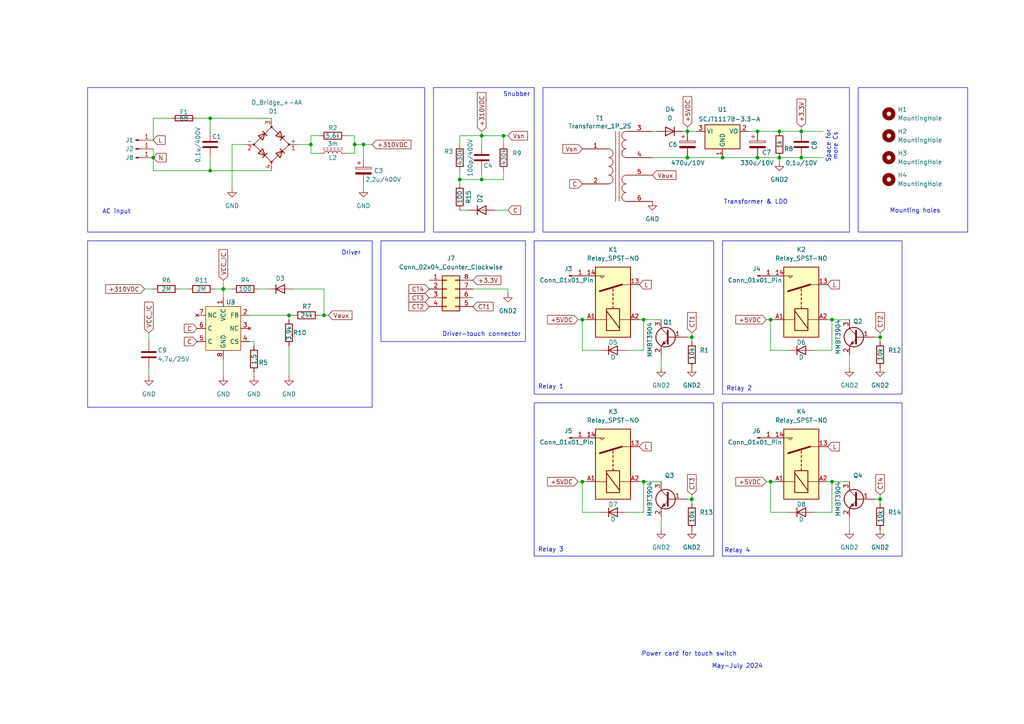
<source format=kicad_sch>
(kicad_sch (version 20231120) (generator "eeschema") (generator_version "8.0")
  (paper "A4")
  (lib_symbols
    (symbol "Connector:Conn_01x01_Pin" (pin_names (offset 1.016) hide)
      (property "Reference" "J" (at 0 2.54 0))
      (property "Value" "Conn_01x01_Pin" (at 0 -2.54 0))
      (symbol "Conn_01x01_Pin_1_1"
        (polyline (pts (xy 1.27 0) (xy 0.8636 0)) (stroke (width 0.1524)))
        (rectangle (start 0.8636 0.127) (end 0 -0.127) (stroke (width 0.1524)) (fill (type outline)))
        (pin passive line (at 5.08 0 180) (length 3.81) (name "Pin_1") (number "1"))
      )
    )
    (symbol "Connector_Generic:Conn_02x04_Counter_Clockwise" (pin_names (offset 1.016) hide)
      (property "Reference" "J" (at 1.27 5.08 0))
      (property "Value" "Conn_02x04_Counter_Clockwise" (at 1.27 -7.62 0))
      (symbol "Conn_02x04_Counter_Clockwise_1_1"
        (rectangle (start -1.27 -4.953) (end 0 -5.207) (stroke (width 0.1524)))
        (rectangle (start -1.27 -2.413) (end 0 -2.667) (stroke (width 0.1524)))
        (rectangle (start -1.27 0.127) (end 0 -0.127) (stroke (width 0.1524)))
        (rectangle (start -1.27 2.667) (end 0 2.413) (stroke (width 0.1524)))
        (rectangle (start -1.27 3.81) (end 3.81 -6.35) (stroke (width 0.254)) (fill (type background)))
        (rectangle (start 3.81 -4.953) (end 2.54 -5.207) (stroke (width 0.1524)))
        (rectangle (start 3.81 -2.413) (end 2.54 -2.667) (stroke (width 0.1524)))
        (rectangle (start 3.81 0.127) (end 2.54 -0.127) (stroke (width 0.1524)))
        (rectangle (start 3.81 2.667) (end 2.54 2.413) (stroke (width 0.1524)))
        (pin passive line (at -5.08 2.54 0) (length 3.81) (name "Pin_1") (number "1"))
        (pin passive line (at -5.08 0 0) (length 3.81) (name "Pin_2") (number "2"))
        (pin passive line (at -5.08 -2.54 0) (length 3.81) (name "Pin_3") (number "3"))
        (pin passive line (at -5.08 -5.08 0) (length 3.81) (name "Pin_4") (number "4"))
        (pin passive line (at 7.62 -5.08 180) (length 3.81) (name "Pin_5") (number "5"))
        (pin passive line (at 7.62 -2.54 180) (length 3.81) (name "Pin_6") (number "6"))
        (pin passive line (at 7.62 0 180) (length 3.81) (name "Pin_7") (number "7"))
        (pin passive line (at 7.62 2.54 180) (length 3.81) (name "Pin_8") (number "8"))
      )
    )
    (symbol "Device:C" (pin_numbers hide) (pin_names (offset 0.254))
      (property "Reference" "C" (at 0.635 2.54 0))
      (property "Value" "C" (at 0.635 -2.54 0))
      (symbol "C_0_1"
        (polyline (pts (xy -2.032 -0.762) (xy 2.032 -0.762)) (stroke (width 0.508)))
        (polyline (pts (xy -2.032 0.762) (xy 2.032 0.762)) (stroke (width 0.508)))
      )
      (symbol "C_1_1"
        (pin passive line (at 0 3.81 270) (length 2.794) (name "~") (number "1"))
        (pin passive line (at 0 -3.81 90) (length 2.794) (name "~") (number "2"))
      )
    )
    (symbol "Device:C_Polarized" (pin_numbers hide) (pin_names (offset 0.254))
      (property "Reference" "C" (at 0.635 2.54 0))
      (property "Value" "C_Polarized" (at 0.635 -2.54 0))
      (symbol "C_Polarized_0_1"
        (rectangle (start -2.286 0.508) (end 2.286 1.016))
        (polyline (pts (xy -1.778 2.286) (xy -0.762 2.286)))
        (polyline (pts (xy -1.27 2.794) (xy -1.27 1.778)))
        (rectangle (start 2.286 -0.508) (end -2.286 -1.016) (fill (type outline)))
      )
      (symbol "C_Polarized_1_1"
        (pin passive line (at 0 3.81 270) (length 2.794) (name "~") (number "1"))
        (pin passive line (at 0 -3.81 90) (length 2.794) (name "~") (number "2"))
      )
    )
    (symbol "Device:D" (pin_numbers hide) (pin_names (offset 1.016) hide)
      (property "Reference" "D" (at 0 2.54 0))
      (property "Value" "D" (at 0 -2.54 0))
      (symbol "D_0_1"
        (polyline (pts (xy -1.27 1.27) (xy -1.27 -1.27)) (stroke (width 0.254)))
        (polyline (pts (xy 1.27 0) (xy -1.27 0)))
        (polyline (pts (xy 1.27 1.27) (xy 1.27 -1.27) (xy -1.27 0) (xy 1.27 1.27)) (stroke (width 0.254)))
      )
      (symbol "D_1_1"
        (pin passive line (at -3.81 0 0) (length 2.54) (name "K") (number "1"))
        (pin passive line (at 3.81 0 180) (length 2.54) (name "A") (number "2"))
      )
    )
    (symbol "Device:D_Bridge_+-AA" (pin_names (offset 0))
      (property "Reference" "D" (at 2.54 6.985 0))
      (property "Value" "D_Bridge_+-AA" (at 2.54 5.08 0))
      (symbol "D_Bridge_+-AA_0_1"
        (circle (center -5.08 0) (radius 0.254) (fill (type outline)))
        (circle (center 0 -5.08) (radius 0.254) (fill (type outline)))
        (polyline (pts (xy -2.54 3.81) (xy -1.27 2.54)) (stroke (width 0.254)))
        (polyline (pts (xy -1.27 -2.54) (xy -2.54 -3.81)) (stroke (width 0.254)))
        (polyline (pts (xy 2.54 -1.27) (xy 3.81 -2.54)) (stroke (width 0.254)))
        (polyline (pts (xy 2.54 1.27) (xy 3.81 2.54)) (stroke (width 0.254)))
        (polyline (pts (xy -3.81 2.54) (xy -2.54 1.27) (xy -1.905 3.175) (xy -3.81 2.54)) (stroke (width 0.254)))
        (polyline (pts (xy -2.54 -1.27) (xy -3.81 -2.54) (xy -1.905 -3.175) (xy -2.54 -1.27)) (stroke (width 0.254)))
        (polyline (pts (xy 1.27 2.54) (xy 2.54 3.81) (xy 3.175 1.905) (xy 1.27 2.54)) (stroke (width 0.254)))
        (polyline (pts (xy 3.175 -1.905) (xy 1.27 -2.54) (xy 2.54 -3.81) (xy 3.175 -1.905)) (stroke (width 0.254)))
        (polyline (pts (xy -5.08 0) (xy 0 -5.08) (xy 5.08 0) (xy 0 5.08) (xy -5.08 0)))
        (circle (center 0 5.08) (radius 0.254) (fill (type outline)))
        (circle (center 5.08 0) (radius 0.254) (fill (type outline)))
      )
      (symbol "D_Bridge_+-AA_1_1"
        (pin passive line (at 7.62 0 180) (length 2.54) (name "+") (number "1"))
        (pin passive line (at -7.62 0 0) (length 2.54) (name "-") (number "2"))
        (pin passive line (at 0 7.62 270) (length 2.54) (name "~") (number "3"))
        (pin passive line (at 0 -7.62 90) (length 2.54) (name "~") (number "4"))
      )
    )
    (symbol "Device:Fuse" (pin_numbers hide) (pin_names (offset 0))
      (property "Reference" "F" (at 2.032 0 90))
      (property "Value" "Fuse" (at -1.905 0 90))
      (symbol "Fuse_0_1"
        (rectangle (start -0.762 -2.54) (end 0.762 2.54) (stroke (width 0.254)))
        (polyline (pts (xy 0 2.54) (xy 0 -2.54)))
      )
      (symbol "Fuse_1_1"
        (pin passive line (at 0 3.81 270) (length 1.27) (name "~") (number "1"))
        (pin passive line (at 0 -3.81 90) (length 1.27) (name "~") (number "2"))
      )
    )
    (symbol "Device:L_Ferrite" (pin_numbers hide) (pin_names (offset 1.016) hide)
      (property "Reference" "L" (at -1.27 0 90))
      (property "Value" "L_Ferrite" (at 2.794 0 90))
      (symbol "L_Ferrite_0_1"
        (arc (start 0 -2.54) (mid 0.6323 -1.905) (end 0 -1.27))
        (arc (start 0 -1.27) (mid 0.6323 -0.635) (end 0 0))
        (polyline (pts (xy 1.016 -2.794) (xy 1.016 -2.286)))
        (polyline (pts (xy 1.016 -1.778) (xy 1.016 -1.27)))
        (polyline (pts (xy 1.016 -0.762) (xy 1.016 -0.254)))
        (polyline (pts (xy 1.016 0.254) (xy 1.016 0.762)))
        (polyline (pts (xy 1.016 1.27) (xy 1.016 1.778)))
        (polyline (pts (xy 1.016 2.286) (xy 1.016 2.794)))
        (polyline (pts (xy 1.524 -2.286) (xy 1.524 -2.794)))
        (polyline (pts (xy 1.524 -1.27) (xy 1.524 -1.778)))
        (polyline (pts (xy 1.524 -0.254) (xy 1.524 -0.762)))
        (polyline (pts (xy 1.524 0.762) (xy 1.524 0.254)))
        (polyline (pts (xy 1.524 1.778) (xy 1.524 1.27)))
        (polyline (pts (xy 1.524 2.794) (xy 1.524 2.286)))
        (arc (start 0 0) (mid 0.6323 0.635) (end 0 1.27))
        (arc (start 0 1.27) (mid 0.6323 1.905) (end 0 2.54))
      )
      (symbol "L_Ferrite_1_1"
        (pin passive line (at 0 3.81 270) (length 1.27) (name "1") (number "1"))
        (pin passive line (at 0 -3.81 90) (length 1.27) (name "2") (number "2"))
      )
    )
    (symbol "Device:R" (pin_numbers hide) (pin_names (offset 0))
      (property "Reference" "R" (at 2.032 0 90))
      (property "Value" "R" (at 0 0 90))
      (symbol "R_0_1"
        (rectangle (start -1.016 -2.54) (end 1.016 2.54) (stroke (width 0.254)))
      )
      (symbol "R_1_1"
        (pin passive line (at 0 3.81 270) (length 1.27) (name "~") (number "1"))
        (pin passive line (at 0 -3.81 90) (length 1.27) (name "~") (number "2"))
      )
    )
    (symbol "Device:Transformer_1P_2S" (pin_names (offset 1.016) hide)
      (property "Reference" "T" (at 0 12.7 0))
      (property "Value" "Transformer_1P_2S" (at 0 -12.7 0))
      (symbol "Transformer_1P_2S_0_1"
        (arc (start -2.54 -5.0546) (mid -1.6599 -4.6901) (end -1.27 -3.81))
        (arc (start -2.54 -2.5146) (mid -1.6599 -2.1501) (end -1.27 -1.27))
        (arc (start -2.54 0.0254) (mid -1.6599 0.3899) (end -1.27 1.27))
        (arc (start -2.54 2.5654) (mid -1.6599 2.9299) (end -1.27 3.81))
        (arc (start -1.27 -3.81) (mid -1.642 -2.912) (end -2.54 -2.54))
        (arc (start -1.27 -1.27) (mid -1.642 -0.372) (end -2.54 0))
        (arc (start -1.27 1.27) (mid -1.642 2.168) (end -2.54 2.54))
        (arc (start -1.27 3.81) (mid -1.642 4.708) (end -2.54 5.08))
        (polyline (pts (xy -0.508 -10.16) (xy -0.508 10.16)))
        (polyline (pts (xy 0.508 10.16) (xy 0.508 -10.16)))
        (arc (start 1.2954 -8.89) (mid 1.6599 -9.7701) (end 2.54 -10.1346))
        (arc (start 1.2954 -6.35) (mid 1.6599 -7.2301) (end 2.54 -7.5946))
        (arc (start 1.2954 -3.81) (mid 1.6599 -4.6901) (end 2.54 -5.0546))
        (arc (start 1.2954 3.81) (mid 1.6599 2.9299) (end 2.54 2.5654))
        (arc (start 1.2954 6.35) (mid 1.6599 5.4699) (end 2.54 5.1054))
        (arc (start 1.2954 8.89) (mid 1.6599 8.0099) (end 2.54 7.6454))
        (arc (start 2.54 -7.62) (mid 1.642 -7.992) (end 1.2954 -8.89))
        (arc (start 2.54 -5.08) (mid 1.642 -5.452) (end 1.2954 -6.35))
        (arc (start 2.54 -2.54) (mid 1.642 -2.912) (end 1.2954 -3.81))
        (arc (start 2.54 5.08) (mid 1.642 4.708) (end 1.2954 3.81))
        (arc (start 2.54 7.62) (mid 1.642 7.248) (end 1.2954 6.35))
        (arc (start 2.54 10.16) (mid 1.642 9.788) (end 1.2954 8.89))
      )
      (symbol "Transformer_1P_2S_1_1"
        (pin passive line (at -10.16 5.08 0) (length 7.62) (name "AA") (number "1"))
        (pin passive line (at -10.16 -5.08 0) (length 7.62) (name "AB") (number "2"))
        (pin passive line (at 10.16 10.16 180) (length 7.62) (name "SA") (number "3"))
        (pin passive line (at 10.16 2.54 180) (length 7.62) (name "SB") (number "4"))
        (pin passive line (at 10.16 -2.54 180) (length 7.62) (name "SC") (number "5"))
        (pin passive line (at 10.16 -10.16 180) (length 7.62) (name "SD") (number "6"))
      )
    )
    (symbol "Mechanical:MountingHole" (pin_names (offset 1.016)) (exclude_from_sim yes) (in_bom no)
      (property "Reference" "H" (at 0 5.08 0))
      (property "Value" "MountingHole" (at 0 3.175 0))
      (symbol "MountingHole_0_1"
        (circle (center 0 0) (radius 1.27) (stroke (width 1.27)))
      )
    )
    (symbol "Regulator_Linear:AMS1117-3.3"
      (property "Reference" "U" (at -3.81 3.175 0))
      (property "Value" "AMS1117-3.3" (at 0 3.175 0))
      (symbol "AMS1117-3.3_0_1"
        (rectangle (start -5.08 -5.08) (end 5.08 1.905) (stroke (width 0.254)) (fill (type background)))
      )
      (symbol "AMS1117-3.3_1_1"
        (pin power_in line (at 0 -7.62 90) (length 2.54) (name "GND") (number "1"))
        (pin power_out line (at 7.62 0 180) (length 2.54) (name "VO") (number "2"))
        (pin power_in line (at -7.62 0 0) (length 2.54) (name "VI") (number "3"))
      )
    )
    (symbol "Relay:Relay_SPST-NO"
      (property "Reference" "K" (at 11.43 3.81 0))
      (property "Value" "Relay_SPST-NO" (at 11.43 1.27 0))
      (symbol "Relay_SPST-NO_0_0"
        (polyline (pts (xy 7.62 5.08) (xy 7.62 2.54) (xy 6.985 3.175) (xy 7.62 3.81)))
      )
      (symbol "Relay_SPST-NO_0_1"
        (rectangle (start -10.16 5.08) (end 10.16 -5.08) (stroke (width 0.254)) (fill (type background)))
        (rectangle (start -8.255 1.905) (end -1.905 -1.905) (stroke (width 0.254)))
        (polyline (pts (xy -7.62 -1.905) (xy -2.54 1.905)) (stroke (width 0.254)))
        (polyline (pts (xy -5.08 -5.08) (xy -5.08 -1.905)))
        (polyline (pts (xy -5.08 5.08) (xy -5.08 1.905)))
        (polyline (pts (xy -1.905 0) (xy -1.27 0)) (stroke (width 0.254)))
        (polyline (pts (xy -0.635 0) (xy 0 0)) (stroke (width 0.254)))
        (polyline (pts (xy 0.635 0) (xy 1.27 0)) (stroke (width 0.254)))
        (polyline (pts (xy 1.905 0) (xy 2.54 0)) (stroke (width 0.254)))
        (polyline (pts (xy 3.175 0) (xy 3.81 0)) (stroke (width 0.254)))
        (polyline (pts (xy 5.08 -2.54) (xy 3.175 3.81)) (stroke (width 0.508)))
        (polyline (pts (xy 5.08 -2.54) (xy 5.08 -5.08)))
      )
      (symbol "Relay_SPST-NO_1_1"
        (pin passive line (at 5.08 -7.62 90) (length 2.54) (name "~") (number "13"))
        (pin passive line (at 7.62 7.62 270) (length 2.54) (name "~") (number "14"))
        (pin passive line (at -5.08 7.62 270) (length 2.54) (name "~") (number "A1"))
        (pin passive line (at -5.08 -7.62 90) (length 2.54) (name "~") (number "A2"))
      )
    )
    (symbol "S7133S_1"
      (property "Reference" "U" (at 0 -7.62 0))
      (symbol "S7133S_1_0_1"
        (rectangle (start -5.08 -1.27) (end 5.08 -13.97) (fill (type background)))
      )
      (symbol "S7133S_1_1_1"
        (pin input line (at 0 1.27 270) (length 2.54) (name "VCC") (number "1"))
        (pin input line (at 7.62 -3.81 180) (length 2.54) (name "FB") (number "2"))
        (pin no_connect line (at 7.62 -7.62 180) (length 2.54) (name "NC") (number "3"))
        (pin output line (at 7.62 -11.43 180) (length 2.54) (name "CS") (number "4"))
        (pin input line (at -7.62 -11.43 0) (length 2.54) (name "C") (number "5"))
        (pin input line (at -7.62 -7.62 0) (length 2.54) (name "C") (number "6"))
        (pin no_connect line (at -7.62 -3.81 0) (length 2.54) (name "NC") (number "7"))
        (pin input line (at 0 -16.51 90) (length 2.54) (name "GND") (number "8"))
      )
    )
    (symbol "Transistor_BJT:MMBT3904" (pin_names (offset 0) hide)
      (property "Reference" "Q" (at 5.08 1.905 0))
      (property "Value" "MMBT3904" (at 5.08 0 0))
      (symbol "MMBT3904_0_1"
        (polyline (pts (xy 0.635 0.635) (xy 2.54 2.54)))
        (polyline (pts (xy 0.635 -0.635) (xy 2.54 -2.54) (xy 2.54 -2.54)))
        (polyline (pts (xy 0.635 1.905) (xy 0.635 -1.905) (xy 0.635 -1.905)) (stroke (width 0.508)))
        (polyline (pts (xy 1.27 -1.778) (xy 1.778 -1.27) (xy 2.286 -2.286) (xy 1.27 -1.778) (xy 1.27 -1.778)) (fill (type outline)))
        (circle (center 1.27 0) (radius 2.8194) (stroke (width 0.254)))
      )
      (symbol "MMBT3904_1_1"
        (pin input line (at -5.08 0 0) (length 5.715) (name "B") (number "1"))
        (pin passive line (at 2.54 -5.08 90) (length 2.54) (name "E") (number "2"))
        (pin passive line (at 2.54 5.08 270) (length 2.54) (name "C") (number "3"))
      )
    )
    (symbol "power:GND" (power) (pin_numbers hide) (pin_names (offset 0) hide)
      (property "Value" "GND" (at 0 -3.81 0))
      (symbol "GND_0_1"
        (polyline (pts (xy 0 0) (xy 0 -1.27) (xy 1.27 -1.27) (xy 0 -2.54) (xy -1.27 -1.27) (xy 0 -1.27)))
      )
      (symbol "GND_1_1"
        (pin power_in line (at 0 0 270) (length 0) (name "~") (number "1"))
      )
    )
    (symbol "power:GND2" (power) (pin_numbers hide) (pin_names (offset 0) hide)
      (property "Value" "GND2" (at 0 -3.81 0))
      (symbol "GND2_0_1"
        (polyline (pts (xy 0 0) (xy 0 -1.27) (xy 1.27 -1.27) (xy 0 -2.54) (xy -1.27 -1.27) (xy 0 -1.27)))
      )
      (symbol "GND2_1_1"
        (pin power_in line (at 0 0 270) (length 0) (name "~") (number "1"))
      )
    )
  )
  (junction (at 139.7 52.07))
  (junction (at 200.66 97.79))
  (junction (at 219.71 45.72))
  (junction (at 102.87 41.91))
  (junction (at 64.77 83.82))
  (junction (at 139.7 39.37))
  (junction (at 255.27 97.79))
  (junction (at 209.55 45.72))
  (junction (at 186.69 139.7))
  (junction (at 199.39 38.1))
  (junction (at 168.91 139.7))
  (junction (at 226.06 38.1))
  (junction (at 223.52 139.7))
  (junction (at 241.3 92.71))
  (junction (at 223.52 92.71))
  (junction (at 200.66 144.78))
  (junction (at 232.41 38.1))
  (junction (at 186.69 92.71))
  (junction (at 60.96 34.29))
  (junction (at 83.82 91.44))
  (junction (at 60.96 49.53))
  (junction (at 146.05 39.37))
  (junction (at 133.35 52.07))
  (junction (at 226.06 45.72))
  (junction (at 44.45 45.72))
  (junction (at 255.27 144.78))
  (junction (at 219.71 38.1))
  (junction (at 90.17 41.91))
  (junction (at 241.3 139.7))
  (junction (at 199.39 45.72))
  (junction (at 232.41 45.72))
  (junction (at 105.41 41.91))
  (junction (at 93.98 91.44))
  (junction (at 168.91 92.71))
  (wire (pts (xy 186.69 139.7) (xy 191.77 139.7)))
  (wire (pts (xy 102.87 39.37) (xy 100.33 39.37)))
  (wire (pts (xy 199.39 38.1) (xy 201.93 38.1)))
  (wire (pts (xy 133.35 49.53) (xy 133.35 52.07)))
  (wire (pts (xy 64.77 81.28) (xy 64.77 83.82)))
  (wire (pts (xy 72.39 91.44) (xy 83.82 91.44)))
  (wire (pts (xy 228.6 101.6) (xy 223.52 101.6)))
  (wire (pts (xy 219.71 45.72) (xy 226.06 45.72)))
  (wire (pts (xy 139.7 52.07) (xy 133.35 52.07)))
  (wire (pts (xy 173.99 101.6) (xy 168.91 101.6)))
  (wire (pts (xy 219.71 38.1) (xy 226.06 38.1)))
  (wire (pts (xy 92.71 91.44) (xy 93.98 91.44)))
  (wire (pts (xy 86.36 41.91) (xy 90.17 41.91)))
  (wire (pts (xy 246.38 153.67) (xy 246.38 149.86)))
  (wire (pts (xy 139.7 39.37) (xy 146.05 39.37)))
  (wire (pts (xy 241.3 139.7) (xy 246.38 139.7)))
  (wire (pts (xy 133.35 52.07) (xy 133.35 53.34)))
  (wire (pts (xy 146.05 39.37) (xy 147.32 39.37)))
  (wire (pts (xy 83.82 109.22) (xy 83.82 100.33)))
  (wire (pts (xy 200.66 96.52) (xy 200.66 97.79)))
  (wire (pts (xy 60.96 45.72) (xy 60.96 49.53)))
  (wire (pts (xy 105.41 41.91) (xy 107.95 41.91)))
  (wire (pts (xy 52.07 83.82) (xy 54.61 83.82)))
  (wire (pts (xy 246.38 106.68) (xy 246.38 102.87)))
  (wire (pts (xy 199.39 45.72) (xy 209.55 45.72)))
  (wire (pts (xy 133.35 39.37) (xy 139.7 39.37)))
  (wire (pts (xy 173.99 148.59) (xy 168.91 148.59)))
  (wire (pts (xy 137.16 83.82) (xy 147.32 83.82)))
  (wire (pts (xy 92.71 44.45) (xy 90.17 44.45)))
  (wire (pts (xy 105.41 53.34) (xy 105.41 54.61)))
  (wire (pts (xy 223.52 139.7) (xy 224.79 139.7)))
  (wire (pts (xy 90.17 44.45) (xy 90.17 41.91)))
  (wire (pts (xy 60.96 49.53) (xy 44.45 49.53)))
  (wire (pts (xy 241.3 92.71) (xy 240.03 92.71)))
  (wire (pts (xy 255.27 143.51) (xy 255.27 144.78)))
  (wire (pts (xy 73.66 99.06) (xy 73.66 100.33)))
  (wire (pts (xy 200.66 146.05) (xy 200.66 144.78)))
  (wire (pts (xy 186.69 92.71) (xy 185.42 92.71)))
  (wire (pts (xy 232.41 38.1) (xy 238.76 38.1)))
  (wire (pts (xy 62.23 83.82) (xy 64.77 83.82)))
  (wire (pts (xy 222.25 92.71) (xy 223.52 92.71)))
  (wire (pts (xy 186.69 92.71) (xy 191.77 92.71)))
  (wire (pts (xy 223.52 101.6) (xy 223.52 92.71)))
  (wire (pts (xy 232.41 45.72) (xy 238.76 45.72)))
  (wire (pts (xy 191.77 153.67) (xy 191.77 149.86)))
  (wire (pts (xy 133.35 39.37) (xy 133.35 41.91)))
  (wire (pts (xy 102.87 44.45) (xy 102.87 41.91)))
  (wire (pts (xy 255.27 97.79) (xy 255.27 99.06)))
  (wire (pts (xy 241.3 92.71) (xy 246.38 92.71)))
  (wire (pts (xy 64.77 109.22) (xy 64.77 104.14)))
  (wire (pts (xy 223.52 92.71) (xy 224.79 92.71)))
  (wire (pts (xy 198.12 38.1) (xy 199.39 38.1)))
  (wire (pts (xy 43.18 96.52) (xy 43.18 99.06)))
  (wire (pts (xy 67.31 41.91) (xy 67.31 54.61)))
  (wire (pts (xy 139.7 38.1) (xy 139.7 39.37)))
  (wire (pts (xy 186.69 101.6) (xy 186.69 92.71)))
  (wire (pts (xy 44.45 45.72) (xy 44.45 49.53)))
  (wire (pts (xy 44.45 40.64) (xy 44.45 34.29)))
  (wire (pts (xy 200.66 143.51) (xy 200.66 144.78)))
  (wire (pts (xy 255.27 97.79) (xy 254 97.79)))
  (wire (pts (xy 241.3 148.59) (xy 241.3 139.7)))
  (wire (pts (xy 167.64 139.7) (xy 168.91 139.7)))
  (wire (pts (xy 189.23 45.72) (xy 199.39 45.72)))
  (wire (pts (xy 73.66 109.22) (xy 73.66 107.95)))
  (wire (pts (xy 41.91 83.82) (xy 44.45 83.82)))
  (wire (pts (xy 71.12 41.91) (xy 67.31 41.91)))
  (wire (pts (xy 147.32 83.82) (xy 147.32 85.09)))
  (wire (pts (xy 105.41 41.91) (xy 105.41 45.72)))
  (wire (pts (xy 168.91 101.6) (xy 168.91 92.71)))
  (wire (pts (xy 200.66 144.78) (xy 199.39 144.78)))
  (wire (pts (xy 168.91 92.71) (xy 170.18 92.71)))
  (wire (pts (xy 83.82 91.44) (xy 83.82 92.71)))
  (wire (pts (xy 64.77 83.82) (xy 67.31 83.82)))
  (wire (pts (xy 241.3 139.7) (xy 240.03 139.7)))
  (wire (pts (xy 43.18 106.68) (xy 43.18 109.22)))
  (wire (pts (xy 255.27 144.78) (xy 254 144.78)))
  (wire (pts (xy 232.41 36.83) (xy 232.41 38.1)))
  (wire (pts (xy 199.39 36.83) (xy 199.39 38.1)))
  (wire (pts (xy 186.69 148.59) (xy 186.69 139.7)))
  (wire (pts (xy 146.05 39.37) (xy 146.05 41.91)))
  (wire (pts (xy 191.77 106.68) (xy 191.77 102.87)))
  (wire (pts (xy 60.96 34.29) (xy 78.74 34.29)))
  (wire (pts (xy 209.55 45.72) (xy 219.71 45.72)))
  (wire (pts (xy 74.93 83.82) (xy 77.47 83.82)))
  (wire (pts (xy 222.25 139.7) (xy 223.52 139.7)))
  (wire (pts (xy 100.33 44.45) (xy 102.87 44.45)))
  (wire (pts (xy 228.6 148.59) (xy 223.52 148.59)))
  (wire (pts (xy 168.91 139.7) (xy 170.18 139.7)))
  (wire (pts (xy 181.61 101.6) (xy 186.69 101.6)))
  (wire (pts (xy 102.87 41.91) (xy 105.41 41.91)))
  (wire (pts (xy 167.64 92.71) (xy 168.91 92.71)))
  (wire (pts (xy 57.15 34.29) (xy 60.96 34.29)))
  (wire (pts (xy 133.35 60.96) (xy 135.89 60.96)))
  (wire (pts (xy 236.22 101.6) (xy 241.3 101.6)))
  (wire (pts (xy 241.3 101.6) (xy 241.3 92.71)))
  (wire (pts (xy 226.06 45.72) (xy 232.41 45.72)))
  (wire (pts (xy 44.45 34.29) (xy 49.53 34.29)))
  (wire (pts (xy 255.27 96.52) (xy 255.27 97.79)))
  (wire (pts (xy 85.09 83.82) (xy 93.98 83.82)))
  (wire (pts (xy 200.66 97.79) (xy 199.39 97.79)))
  (wire (pts (xy 72.39 99.06) (xy 73.66 99.06)))
  (wire (pts (xy 190.5 38.1) (xy 189.23 38.1)))
  (wire (pts (xy 181.61 148.59) (xy 186.69 148.59)))
  (wire (pts (xy 186.69 139.7) (xy 185.42 139.7)))
  (wire (pts (xy 60.96 34.29) (xy 60.96 38.1)))
  (wire (pts (xy 143.51 60.96) (xy 147.32 60.96)))
  (wire (pts (xy 168.91 148.59) (xy 168.91 139.7)))
  (wire (pts (xy 200.66 99.06) (xy 200.66 97.79)))
  (wire (pts (xy 90.17 39.37) (xy 92.71 39.37)))
  (wire (pts (xy 64.77 83.82) (xy 64.77 86.36)))
  (wire (pts (xy 93.98 91.44) (xy 95.25 91.44)))
  (wire (pts (xy 85.09 91.44) (xy 83.82 91.44)))
  (wire (pts (xy 90.17 41.91) (xy 90.17 39.37)))
  (wire (pts (xy 226.06 45.72) (xy 226.06 46.99)))
  (wire (pts (xy 217.17 38.1) (xy 219.71 38.1)))
  (wire (pts (xy 236.22 148.59) (xy 241.3 148.59)))
  (wire (pts (xy 223.52 148.59) (xy 223.52 139.7)))
  (wire (pts (xy 139.7 39.37) (xy 139.7 41.91)))
  (wire (pts (xy 255.27 146.05) (xy 255.27 144.78)))
  (wire (pts (xy 44.45 43.18) (xy 44.45 45.72)))
  (wire (pts (xy 139.7 52.07) (xy 146.05 52.07)))
  (wire (pts (xy 93.98 83.82) (xy 93.98 91.44)))
  (wire (pts (xy 78.74 49.53) (xy 60.96 49.53)))
  (wire (pts (xy 139.7 52.07) (xy 139.7 49.53)))
  (wire (pts (xy 226.06 38.1) (xy 232.41 38.1)))
  (wire (pts (xy 146.05 49.53) (xy 146.05 52.07)))
  (wire (pts (xy 102.87 41.91) (xy 102.87 39.37)))
  (rectangle (start 125.73 25.4) (end 154.94 67.31))
  (rectangle (start 25.4 69.85) (end 107.95 118.11))
  (rectangle (start 248.92 25.4) (end 280.67 67.31))
  (rectangle (start 154.94 69.85) (end 207.01 114.3))
  (rectangle (start 209.55 116.84) (end 261.62 161.29))
  (rectangle (start 157.48 25.4) (end 246.38 67.31))
  (rectangle (start 209.55 69.85) (end 261.62 114.3))
  (rectangle (start 110.49 69.85) (end 152.4 99.06))
  (rectangle (start 25.4 25.4) (end 123.19 67.31))
  (rectangle (start 154.94 116.84) (end 207.01 161.29))
  (text "Relay 2" (at 214.376 112.776 0) (effects (font (size 1.27 1.27))))
  (text "Power card for touch switch" (at 199.898 189.738 0) (effects (font (size 1.27 1.27))))
  (text "Relay 1\n" (at 159.766 112.268 0) (effects (font (size 1.27 1.27))))
  (text "AC input" (at 33.782 61.468 0) (effects (font (size 1.27 1.27))))
  (text "May-July 2024" (at 213.868 193.294 0) (effects (font (size 1.27 1.27))))
  (text "Relay 4" (at 213.868 159.766 0) (effects (font (size 1.27 1.27))))
  (text "Space for\nmore Cs" (at 241.3 42.418 90) (effects (font (size 1.27 1.27))))
  (text "Driver-touch connector" (at 139.7 97.028 0) (effects (font (size 1.27 1.27))))
  (text "Snubber" (at 149.86 27.432 0) (effects (font (size 1.27 1.27))))
  (text "Relay 3" (at 159.766 159.512 0) (effects (font (size 1.27 1.27))))
  (text "Driver" (at 101.854 73.406 0) (effects (font (size 1.27 1.27))))
  (text "Mounting holes" (at 265.43 61.214 0) (effects (font (size 1.27 1.27))))
  (text "Transformer & LDO" (at 219.202 58.674 0) (effects (font (size 1.27 1.27))))
  (global_label "+310VDC" (shape input) (at 139.7 38.1 90) (property "Intersheetrefs" "${INTERSHEET_REFS}" (effects (hide yes))))
  (global_label "VCC_IC" (shape input) (at 43.18 96.52 90) (property "Intersheetrefs" "${INTERSHEET_REFS}" (effects (hide yes))))
  (global_label "Vsn" (shape input) (at 168.91 43.18 180) (property "Intersheetrefs" "${INTERSHEET_REFS}" (effects (hide yes))))
  (global_label "C" (shape input) (at 57.15 95.25 180) (property "Intersheetrefs" "${INTERSHEET_REFS}" (effects (hide yes))))
  (global_label "VCC_IC" (shape input) (at 64.77 81.28 90) (property "Intersheetrefs" "${INTERSHEET_REFS}" (effects (hide yes))))
  (global_label "L" (shape input) (at 185.42 82.55 0) (property "Intersheetrefs" "${INTERSHEET_REFS}" (effects (hide yes))))
  (global_label "Vsn" (shape input) (at 147.32 39.37 0) (property "Intersheetrefs" "${INTERSHEET_REFS}" (effects (hide yes))))
  (global_label "CT4" (shape input) (at 255.27 143.51 90) (property "Intersheetrefs" "${INTERSHEET_REFS}" (effects (hide yes))))
  (global_label "C" (shape input) (at 147.32 60.96 0) (property "Intersheetrefs" "${INTERSHEET_REFS}" (effects (hide yes))))
  (global_label "Vaux" (shape input) (at 189.23 50.8 0) (property "Intersheetrefs" "${INTERSHEET_REFS}" (effects (hide yes))))
  (global_label "N" (shape input) (at 44.45 45.72 0) (property "Intersheetrefs" "${INTERSHEET_REFS}" (effects (hide yes))))
  (global_label "C" (shape input) (at 168.91 53.34 180) (property "Intersheetrefs" "${INTERSHEET_REFS}" (effects (hide yes))))
  (global_label "+5VDC" (shape input) (at 167.64 92.71 180) (property "Intersheetrefs" "${INTERSHEET_REFS}" (effects (hide yes))))
  (global_label "CT2" (shape input) (at 255.27 96.52 90) (property "Intersheetrefs" "${INTERSHEET_REFS}" (effects (hide yes))))
  (global_label "+310VDC" (shape input) (at 41.91 83.82 180) (property "Intersheetrefs" "${INTERSHEET_REFS}" (effects (hide yes))))
  (global_label "CT2" (shape input) (at 124.46 88.9 180) (property "Intersheetrefs" "${INTERSHEET_REFS}" (effects (hide yes))))
  (global_label "L" (shape input) (at 185.42 129.54 0) (property "Intersheetrefs" "${INTERSHEET_REFS}" (effects (hide yes))))
  (global_label "C" (shape input) (at 57.15 99.06 180) (property "Intersheetrefs" "${INTERSHEET_REFS}" (effects (hide yes))))
  (global_label "+5VDC" (shape input) (at 199.39 36.83 90) (property "Intersheetrefs" "${INTERSHEET_REFS}" (effects (hide yes))))
  (global_label "+3.3V" (shape input) (at 137.16 81.28 0) (property "Intersheetrefs" "${INTERSHEET_REFS}" (effects (hide yes))))
  (global_label "CT1" (shape input) (at 137.16 88.9 0) (property "Intersheetrefs" "${INTERSHEET_REFS}" (effects (hide yes))))
  (global_label "CT1" (shape input) (at 200.66 96.52 90) (property "Intersheetrefs" "${INTERSHEET_REFS}" (effects (hide yes))))
  (global_label "CT4" (shape input) (at 124.46 83.82 180) (property "Intersheetrefs" "${INTERSHEET_REFS}" (effects (hide yes))))
  (global_label "L" (shape input) (at 240.03 82.55 0) (property "Intersheetrefs" "${INTERSHEET_REFS}" (effects (hide yes))))
  (global_label "+310VDC" (shape input) (at 107.95 41.91 0) (property "Intersheetrefs" "${INTERSHEET_REFS}" (effects (hide yes))))
  (global_label "L" (shape input) (at 240.03 129.54 0) (property "Intersheetrefs" "${INTERSHEET_REFS}" (effects (hide yes))))
  (global_label "+3.3V" (shape input) (at 232.41 36.83 90) (property "Intersheetrefs" "${INTERSHEET_REFS}" (effects (hide yes))))
  (global_label "CT3" (shape input) (at 124.46 86.36 180) (property "Intersheetrefs" "${INTERSHEET_REFS}" (effects (hide yes))))
  (global_label "+5VDC" (shape input) (at 167.64 139.7 180) (property "Intersheetrefs" "${INTERSHEET_REFS}" (effects (hide yes))))
  (global_label "CT3" (shape input) (at 200.66 143.51 90) (property "Intersheetrefs" "${INTERSHEET_REFS}" (effects (hide yes))))
  (global_label "+5VDC" (shape input) (at 222.25 92.71 180) (property "Intersheetrefs" "${INTERSHEET_REFS}" (effects (hide yes))))
  (global_label "+5VDC" (shape input) (at 222.25 139.7 180) (property "Intersheetrefs" "${INTERSHEET_REFS}" (effects (hide yes))))
  (global_label "L" (shape input) (at 44.45 40.64 0) (property "Intersheetrefs" "${INTERSHEET_REFS}" (effects (hide yes))))
  (global_label "Vaux" (shape input) (at 95.25 91.44 0) (property "Intersheetrefs" "${INTERSHEET_REFS}" (effects (hide yes))))
  (symbol (lib_id "Transistor_BJT:MMBT3904") (at 194.31 97.79 0) (mirror y) (unit 1)
    (property "Reference" "Q1" (at 195.072 93.472 0) (effects (justify left)))
    (property "Value" "MMBT3904" (at 188.468 103.632 90) (effects (justify left)))
    (property "Footprint" "Package_TO_SOT_SMD:SOT-23" (effects (hide yes)))
    (property "Datasheet" "https://www.onsemi.com/pdf/datasheet/pzt3904-d.pdf" (effects (hide yes)))
    (property "Description" "0.2A Ic, 40V Vce, Small Signal NPN Transistor, SOT-23" (effects (hide yes)))
  )
  (symbol (lib_id "Relay:Relay_SPST-NO") (at 177.8 87.63 90) (unit 1)
    (property "Reference" "K1" (at 177.8 72.39 90))
    (property "Value" "Relay_SPST-NO" (at 177.8 74.93 90))
    (property "Footprint" "Touch_Switch_Custom:relay" (effects (hide yes)))
    (property "Description" "Relay SPST, Normally Open, EN50005" (effects (hide yes)))
  )
  (symbol (lib_id "Device:Transformer_1P_2S") (at 179.07 48.26 0) (unit 1)
    (property "Reference" "T1" (at 173.99 34.29 0))
    (property "Value" "Transformer_1P_2S" (at 173.99 36.576 0))
    (property "Footprint" "Touch_Switch_Custom:Transformer_V2_1" (effects (hide yes)))
    (property "Description" "Transformer, single primary, dual secondary" (effects (hide yes)))
  )
  (symbol (lib_id "power:GND") (at 67.31 54.61 0) (unit 1)
    (property "Reference" "#PWR01" (effects (hide yes)))
    (property "Value" "GND" (at 67.31 59.69 0))
    (property "Description" "Power symbol creates a global label with name \"GND\" , ground" (effects (hide yes)))
  )
  (symbol (lib_id "Device:R") (at 96.52 39.37 90) (unit 1)
    (property "Reference" "R2" (at 96.52 37.084 90))
    (property "Value" "5,6k" (at 96.52 39.37 90))
    (property "Footprint" "Resistor_SMD:R_1206_3216Metric" (effects (hide yes)))
    (property "Description" "Resistor" (effects (hide yes)))
  )
  (symbol (lib_id "Device:R") (at 48.26 83.82 90) (unit 1)
    (property "Reference" "R6" (at 48.26 81.28 90))
    (property "Value" "2M" (at 48.26 83.82 90))
    (property "Footprint" "Resistor_SMD:R_1206_3216Metric" (effects (hide yes)))
    (property "Description" "Resistor" (effects (hide yes)))
  )
  (symbol (lib_id "Device:C") (at 139.7 45.72 0) (unit 1)
    (property "Reference" "C4" (at 140.208 48.006 0) (effects (justify left)))
    (property "Value" "100p/400V" (at 136.398 51.308 90) (effects (justify left)))
    (property "Footprint" "Capacitor_SMD:C_1206_3216Metric" (effects (hide yes)))
    (property "Description" "Unpolarized capacitor" (effects (hide yes)))
  )
  (symbol (lib_id "Device:C_Polarized") (at 199.39 41.91 0) (unit 1)
    (property "Reference" "C6" (at 193.802 41.91 0) (effects (justify left)))
    (property "Value" "470u/10V" (at 194.564 47.244 0) (effects (justify left)))
    (property "Footprint" "Capacitor_THT:CP_Radial_D8.0mm_P3.50mm" (effects (hide yes)))
    (property "Description" "Polarized capacitor" (effects (hide yes)))
  )
  (symbol (lib_id "Connector_Generic:Conn_02x04_Counter_Clockwise") (at 129.54 83.82 0) (unit 1)
    (property "Reference" "J7" (at 130.81 74.93 0))
    (property "Value" "Conn_02x04_Counter_Clockwise" (at 130.81 77.47 0))
    (property "Footprint" "Connector_PinSocket_2.54mm:PinSocket_2x04_P2.54mm_Vertical" (effects (hide yes)))
    (property "Description" "Generic connector, double row, 02x04, counter clockwise pin numbering scheme (similar to DIP package numbering), script generated (kicad-library-utils/schlib/autogen/connector/)" (effects (hide yes)))
  )
  (symbol (lib_id "Transistor_BJT:MMBT3904") (at 248.92 97.79 0) (mirror y) (unit 1)
    (property "Reference" "Q2" (at 250.19 93.218 0) (effects (justify left)))
    (property "Value" "MMBT3904" (at 243.078 102.87 90) (effects (justify left)))
    (property "Footprint" "Package_TO_SOT_SMD:SOT-23" (effects (hide yes)))
    (property "Datasheet" "https://www.onsemi.com/pdf/datasheet/pzt3904-d.pdf" (effects (hide yes)))
    (property "Description" "0.2A Ic, 40V Vce, Small Signal NPN Transistor, SOT-23" (effects (hide yes)))
  )
  (symbol (lib_id "Device:R") (at 255.27 102.87 180) (unit 1)
    (property "Reference" "R12" (at 257.556 101.6 0) (effects (justify right)))
    (property "Value" "10k" (at 255.27 104.648 90) (effects (justify right)))
    (property "Footprint" "Resistor_SMD:R_0805_2012Metric" (effects (hide yes)))
    (property "Description" "Resistor" (effects (hide yes)))
  )
  (symbol (lib_id "Device:C") (at 60.96 41.91 0) (unit 1)
    (property "Reference" "C1" (at 61.468 39.624 0) (effects (justify left)))
    (property "Value" "0,1u/400V" (at 57.404 47.244 90) (effects (justify left)))
    (property "Footprint" "Touch_Switch_Custom:MKP-X2-100NR10" (effects (hide yes)))
    (property "Description" "Unpolarized capacitor" (effects (hide yes)))
  )
  (symbol (lib_id "power:GND2") (at 191.77 106.68 0) (unit 1)
    (property "Reference" "#PWR011" (effects (hide yes)))
    (property "Value" "GND2" (at 191.77 111.76 0))
    (property "Description" "Power symbol creates a global label with name \"GND2\" , ground" (effects (hide yes)))
  )
  (symbol (lib_id "Device:C") (at 232.41 41.91 180) (unit 1)
    (property "Reference" "C8" (at 236.22 42.164 90))
    (property "Value" "0,1u/10V" (at 232.41 47.244 0))
    (property "Footprint" "Capacitor_SMD:C_0805_2012Metric" (effects (hide yes)))
    (property "Description" "Unpolarized capacitor" (effects (hide yes)))
  )
  (symbol (lib_id "Device:D") (at 177.8 101.6 0) (unit 1)
    (property "Reference" "D5" (at 177.8 99.314 0))
    (property "Value" "D" (at 177.8 103.632 0))
    (property "Footprint" "Diode_SMD:D_SOD-123" (effects (hide yes)))
    (property "Description" "Diode" (effects (hide yes)))
    (property "Sim.Device" "D" (effects (hide yes)))
    (property "Sim.Pins" "1=K 2=A" (effects (hide yes)))
  )
  (symbol (lib_id "power:GND") (at 189.23 58.42 0) (unit 1)
    (property "Reference" "#PWR06" (effects (hide yes)))
    (property "Value" "GND" (at 189.23 63.5 0))
    (property "Description" "Power symbol creates a global label with name \"GND\" , ground" (effects (hide yes)))
  )
  (symbol (lib_id "Transistor_BJT:MMBT3904") (at 194.31 144.78 0) (mirror y) (unit 1)
    (property "Reference" "Q3" (at 195.58 137.922 0) (effects (justify left)))
    (property "Value" "MMBT3904" (at 188.468 149.86 90) (effects (justify left)))
    (property "Footprint" "Package_TO_SOT_SMD:SOT-23" (effects (hide yes)))
    (property "Datasheet" "https://www.onsemi.com/pdf/datasheet/pzt3904-d.pdf" (effects (hide yes)))
    (property "Description" "0.2A Ic, 40V Vce, Small Signal NPN Transistor, SOT-23" (effects (hide yes)))
  )
  (symbol (lib_id "Device:D") (at 177.8 148.59 0) (unit 1)
    (property "Reference" "D7" (at 177.8 146.304 0))
    (property "Value" "D" (at 177.8 150.622 0))
    (property "Footprint" "Diode_SMD:D_SOD-123" (effects (hide yes)))
    (property "Description" "Diode" (effects (hide yes)))
    (property "Sim.Device" "D" (effects (hide yes)))
    (property "Sim.Pins" "1=K 2=A" (effects (hide yes)))
  )
  (symbol (lib_id "power:GND2") (at 147.32 85.09 0) (unit 1)
    (property "Reference" "#PWR010" (effects (hide yes)))
    (property "Value" "GND2" (at 147.32 90.17 0))
    (property "Description" "Power symbol creates a global label with name \"GND2\" , ground" (effects (hide yes)))
  )
  (symbol (lib_id "Relay:Relay_SPST-NO") (at 232.41 134.62 90) (unit 1)
    (property "Reference" "K4" (at 232.41 119.38 90))
    (property "Value" "Relay_SPST-NO" (at 232.41 121.92 90))
    (property "Footprint" "Touch_Switch_Custom:relay" (effects (hide yes)))
    (property "Description" "Relay SPST, Normally Open, EN50005" (effects (hide yes)))
  )
  (symbol (lib_id "power:GND2") (at 200.66 106.68 0) (unit 1)
    (property "Reference" "#PWR012" (effects (hide yes)))
    (property "Value" "GND2" (at 200.66 111.76 0))
    (property "Description" "Power symbol creates a global label with name \"GND2\" , ground" (effects (hide yes)))
  )
  (symbol (lib_id "Device:D") (at 139.7 60.96 0) (unit 1)
    (property "Reference" "D2" (at 139.192 58.928 90) (effects (justify left)))
    (property "Value" "D" (effects (hide yes)))
    (property "Footprint" "Diode_SMD:D_SMA" (effects (hide yes)))
    (property "Description" "Diode" (effects (hide yes)))
    (property "Sim.Device" "D" (effects (hide yes)))
    (property "Sim.Pins" "1=K 2=A" (effects (hide yes)))
  )
  (symbol (lib_id "Connector:Conn_01x01_Pin") (at 39.37 43.18 0) (unit 1)
    (property "Reference" "J2" (at 37.592 43.18 0))
    (property "Value" "Conn_01x01_Pin" (effects (hide yes)))
    (property "Footprint" "Touch_Switch_Custom:AC_pad" (effects (hide yes)))
    (property "Description" "Generic connector, single row, 01x01, script generated" (effects (hide yes)))
  )
  (symbol (lib_id "power:GND") (at 83.82 109.22 0) (unit 1)
    (property "Reference" "#PWR07" (effects (hide yes)))
    (property "Value" "GND" (at 83.82 114.3 0))
    (property "Description" "Power symbol creates a global label with name \"GND\" , ground" (effects (hide yes)))
  )
  (symbol (lib_id "Device:D") (at 232.41 101.6 0) (unit 1)
    (property "Reference" "D6" (at 232.41 99.314 0))
    (property "Value" "D" (at 232.41 103.632 0))
    (property "Footprint" "Diode_SMD:D_SOD-123" (effects (hide yes)))
    (property "Description" "Diode" (effects (hide yes)))
    (property "Sim.Device" "D" (effects (hide yes)))
    (property "Sim.Pins" "1=K 2=A" (effects (hide yes)))
  )
  (symbol (lib_id "Device:D") (at 232.41 148.59 0) (unit 1)
    (property "Reference" "D8" (at 232.41 146.304 0))
    (property "Value" "D" (at 232.41 150.622 0))
    (property "Footprint" "Diode_SMD:D_SOD-123" (effects (hide yes)))
    (property "Description" "Diode" (effects (hide yes)))
    (property "Sim.Device" "D" (effects (hide yes)))
    (property "Sim.Pins" "1=K 2=A" (effects (hide yes)))
  )
  (symbol (lib_id "Device:C_Polarized") (at 219.71 41.91 0) (unit 1)
    (property "Reference" "C7" (at 220.98 44.196 0) (effects (justify left)))
    (property "Value" "330u/10V" (at 214.63 47.244 0) (effects (justify left)))
    (property "Footprint" "Capacitor_THT:CP_Radial_D8.0mm_P3.50mm" (effects (hide yes)))
    (property "Description" "Polarized capacitor" (effects (hide yes)))
  )
  (symbol (lib_id "Transistor_BJT:MMBT3904") (at 248.92 144.78 0) (mirror y) (unit 1)
    (property "Reference" "Q4" (at 250.19 137.922 0) (effects (justify left)))
    (property "Value" "MMBT3904" (at 243.078 149.86 90) (effects (justify left)))
    (property "Footprint" "Package_TO_SOT_SMD:SOT-23" (effects (hide yes)))
    (property "Datasheet" "https://www.onsemi.com/pdf/datasheet/pzt3904-d.pdf" (effects (hide yes)))
    (property "Description" "0.2A Ic, 40V Vce, Small Signal NPN Transistor, SOT-23" (effects (hide yes)))
  )
  (symbol (lib_id "Device:R") (at 226.06 41.91 180) (unit 1)
    (property "Reference" "R8" (at 230.124 43.18 0) (effects (justify left)))
    (property "Value" "1k" (at 226.06 40.64 90) (effects (justify left)))
    (property "Footprint" "Resistor_SMD:R_0805_2012Metric" (effects (hide yes)))
    (property "Description" "Resistor" (effects (hide yes)))
  )
  (symbol (lib_id "Device:R") (at 200.66 149.86 180) (unit 1)
    (property "Reference" "R13" (at 202.946 148.59 0) (effects (justify right)))
    (property "Value" "10k" (at 200.66 151.638 90) (effects (justify right)))
    (property "Footprint" "Resistor_SMD:R_0805_2012Metric" (effects (hide yes)))
    (property "Description" "Resistor" (effects (hide yes)))
  )
  (symbol (lib_id "Relay:Relay_SPST-NO") (at 232.41 87.63 90) (unit 1)
    (property "Reference" "K2" (at 232.41 72.39 90))
    (property "Value" "Relay_SPST-NO" (at 232.41 74.93 90))
    (property "Footprint" "Touch_Switch_Custom:relay" (effects (hide yes)))
    (property "Description" "Relay SPST, Normally Open, EN50005" (effects (hide yes)))
  )
  (symbol (lib_id "Connector:Conn_01x01_Pin") (at 219.71 127 0) (unit 1)
    (property "Reference" "J6" (at 219.456 124.968 0))
    (property "Value" "Conn_01x01_Pin" (at 218.948 128.27 0))
    (property "Footprint" "Touch_Switch_Custom:AC_pad" (effects (hide yes)))
    (property "Description" "Generic connector, single row, 01x01, script generated" (effects (hide yes)))
  )
  (symbol (lib_id "Regulator_Linear:AMS1117-3.3") (at 209.55 38.1 0) (unit 1)
    (property "Reference" "U1" (at 209.55 31.75 0))
    (property "Value" "SCJT1117B-3.3-A" (at 211.582 34.544 0))
    (property "Footprint" "Package_TO_SOT_SMD:SOT-223-3_TabPin2" (effects (hide yes)))
    (property "Datasheet" "http://www.advanced-monolithic.com/pdf/ds1117.pdf" (effects (hide yes)))
    (property "Description" "1A Low Dropout regulator, positive, 3.3V fixed output, SOT-223" (effects (hide yes)))
  )
  (symbol (lib_id "Device:C_Polarized") (at 105.41 49.53 0) (unit 1)
    (property "Reference" "C3" (at 108.458 49.53 0) (effects (justify left)))
    (property "Value" "2,2u/400V" (at 105.918 52.07 0) (effects (justify left)))
    (property "Footprint" "Capacitor_THT:CP_Radial_D8.0mm_P3.50mm" (effects (hide yes)))
    (property "Description" "Polarized capacitor" (effects (hide yes)))
  )
  (symbol (lib_id "power:GND2") (at 255.27 153.67 0) (unit 1)
    (property "Reference" "#PWR018" (effects (hide yes)))
    (property "Value" "GND2" (at 255.27 158.75 0))
    (property "Description" "Power symbol creates a global label with name \"GND2\" , ground" (effects (hide yes)))
  )
  (symbol (lib_id "Mechanical:MountingHole") (at 257.81 45.72 0) (unit 1) (exclude_from_sim yes) (in_bom no)
    (property "Reference" "H3" (at 260.35 44.4499 0) (effects (justify left)))
    (property "Value" "MountingHole" (at 260.35 46.9899 0) (effects (justify left)))
    (property "Footprint" "MountingHole:MountingHole_2.2mm_M2_Pad_Via" (effects (hide yes)))
    (property "Description" "Mounting Hole without connection" (effects (hide yes)))
  )
  (symbol (lib_id "Device:R") (at 146.05 45.72 0) (unit 1)
    (property "Reference" "R9" (at 148.59 44.4499 0) (effects (justify left)))
    (property "Value" "430k" (at 146.05 48.006 90) (effects (justify left)))
    (property "Footprint" "Resistor_SMD:R_1206_3216Metric" (effects (hide yes)))
    (property "Description" "Resistor" (effects (hide yes)))
  )
  (symbol (lib_id "Connector:Conn_01x01_Pin") (at 39.37 45.72 0) (unit 1)
    (property "Reference" "J8" (at 37.592 45.72 0))
    (property "Value" "Conn_01x01_Pin" (effects (hide yes)))
    (property "Footprint" "Touch_Switch_Custom:AC_pad" (effects (hide yes)))
    (property "Description" "Generic connector, single row, 01x01, script generated" (effects (hide yes)))
  )
  (symbol (lib_id "power:GND2") (at 246.38 106.68 0) (unit 1)
    (property "Reference" "#PWR013" (effects (hide yes)))
    (property "Value" "GND2" (at 246.38 111.76 0))
    (property "Description" "Power symbol creates a global label with name \"GND2\" , ground" (effects (hide yes)))
  )
  (symbol (lib_id "power:GND2") (at 200.66 153.67 0) (unit 1)
    (property "Reference" "#PWR016" (effects (hide yes)))
    (property "Value" "GND2" (at 200.66 158.75 0))
    (property "Description" "Power symbol creates a global label with name \"GND2\" , ground" (effects (hide yes)))
  )
  (symbol (lib_id "power:GND") (at 43.18 109.22 0) (unit 1)
    (property "Reference" "#PWR09" (effects (hide yes)))
    (property "Value" "GND" (at 43.18 114.3 0))
    (property "Description" "Power symbol creates a global label with name \"GND\" , ground" (effects (hide yes)))
  )
  (symbol (lib_id "power:GND2") (at 191.77 153.67 0) (unit 1)
    (property "Reference" "#PWR015" (effects (hide yes)))
    (property "Value" "GND2" (at 191.77 158.75 0))
    (property "Description" "Power symbol creates a global label with name \"GND2\" , ground" (effects (hide yes)))
  )
  (symbol (lib_id "power:GND2") (at 246.38 153.67 0) (unit 1)
    (property "Reference" "#PWR017" (effects (hide yes)))
    (property "Value" "GND2" (at 246.38 158.75 0))
    (property "Description" "Power symbol creates a global label with name \"GND2\" , ground" (effects (hide yes)))
  )
  (symbol (lib_id "Connector:Conn_01x01_Pin") (at 39.37 40.64 0) (unit 1)
    (property "Reference" "J1" (at 37.592 40.64 0))
    (property "Value" "Conn_01x01_Pin" (effects (hide yes)))
    (property "Footprint" "Touch_Switch_Custom:AC_pad" (effects (hide yes)))
    (property "Description" "Generic connector, single row, 01x01, script generated" (effects (hide yes)))
  )
  (symbol (lib_id "Device:R") (at 255.27 149.86 180) (unit 1)
    (property "Reference" "R14" (at 257.556 148.59 0) (effects (justify right)))
    (property "Value" "10k" (at 255.27 151.638 90) (effects (justify right)))
    (property "Footprint" "Resistor_SMD:R_0805_2012Metric" (effects (hide yes)))
    (property "Description" "Resistor" (effects (hide yes)))
  )
  (symbol (lib_id "Device:Fuse") (at 53.34 34.29 90) (unit 1)
    (property "Reference" "F1" (at 53.34 32.512 90))
    (property "Value" "68" (at 53.34 34.29 90))
    (property "Footprint" "Touch_Switch_Custom:Fuse" (effects (hide yes)))
    (property "Description" "Fuse" (effects (hide yes)))
  )
  (symbol (lib_id "Device:D") (at 194.31 38.1 180) (unit 1)
    (property "Reference" "D4" (at 194.31 31.75 0))
    (property "Value" "D" (at 194.31 34.29 0))
    (property "Footprint" "Diode_SMD:D_SMA" (effects (hide yes)))
    (property "Description" "Diode" (effects (hide yes)))
    (property "Sim.Device" "D" (effects (hide yes)))
    (property "Sim.Pins" "1=K 2=A" (effects (hide yes)))
  )
  (symbol (lib_id "Device:D_Bridge_+-AA") (at 78.74 41.91 0) (unit 1)
    (property "Reference" "D1" (at 79.248 32.258 0))
    (property "Value" "D_Bridge_+-AA" (at 80.264 29.718 0))
    (property "Footprint" "Diode_SMD:Diode_Bridge_Diotec_ABS" (effects (hide yes)))
    (property "Description" "Diode bridge, +ve/-ve/AC/AC" (effects (hide yes)))
  )
  (symbol (lib_id "Device:R") (at 133.35 57.15 0) (unit 1)
    (property "Reference" "R15" (at 135.89 57.15 90))
    (property "Value" "100" (at 133.35 57.15 90))
    (property "Footprint" "Resistor_SMD:R_1206_3216Metric" (effects (hide yes)))
    (property "Description" "Resistor" (effects (hide yes)))
  )
  (symbol (lib_id "Relay:Relay_SPST-NO") (at 177.8 134.62 90) (unit 1)
    (property "Reference" "K3" (at 177.8 119.38 90))
    (property "Value" "Relay_SPST-NO" (at 177.8 121.92 90))
    (property "Footprint" "Touch_Switch_Custom:relay" (effects (hide yes)))
    (property "Description" "Relay SPST, Normally Open, EN50005" (effects (hide yes)))
  )
  (symbol (lib_id "Device:C") (at 43.18 102.87 0) (unit 1)
    (property "Reference" "C9" (at 45.72 101.6 0) (effects (justify left)))
    (property "Value" "4,7u/25V" (at 45.72 104.14 0) (effects (justify left)))
    (property "Footprint" "Capacitor_SMD:C_0805_2012Metric" (effects (hide yes)))
    (property "Description" "Unpolarized capacitor" (effects (hide yes)))
  )
  (symbol (lib_id "Device:R") (at 83.82 96.52 180) (unit 1)
    (property "Reference" "R10" (at 88.9 96.52 0) (effects (justify left)))
    (property "Value" "3,9k" (at 83.82 94.488 90) (effects (justify left)))
    (property "Footprint" "Resistor_SMD:R_1206_3216Metric" (effects (hide yes)))
    (property "Description" "Resistor" (effects (hide yes)))
  )
  (symbol (lib_id "Device:R") (at 133.35 45.72 0) (unit 1)
    (property "Reference" "R3" (at 128.778 43.942 0) (effects (justify left)))
    (property "Value" "430k" (at 133.35 48.006 90) (effects (justify left)))
    (property "Footprint" "Resistor_SMD:R_1206_3216Metric" (effects (hide yes)))
    (property "Description" "Resistor" (effects (hide yes)))
  )
  (symbol (lib_id "Device:L_Ferrite") (at 96.52 44.45 90) (unit 1)
    (property "Reference" "L2" (at 96.52 45.72 90))
    (property "Value" "3m" (at 96.52 41.656 90))
    (property "Footprint" "Inductor_THT:L_Radial_D7.5mm_P3.50mm_Fastron_07P" (effects (hide yes)))
    (property "Description" "Inductor with ferrite core" (effects (hide yes)))
  )
  (symbol (lib_id "Connector:Conn_01x01_Pin") (at 165.1 80.01 0) (unit 1)
    (property "Reference" "J3" (at 164.846 77.978 0))
    (property "Value" "Conn_01x01_Pin" (at 164.338 81.28 0))
    (property "Footprint" "Touch_Switch_Custom:AC_pad" (effects (hide yes)))
    (property "Description" "Generic connector, single row, 01x01, script generated" (effects (hide yes)))
  )
  (symbol (lib_id "Device:D") (at 81.28 83.82 0) (unit 1)
    (property "Reference" "D3" (at 81.28 80.772 0))
    (property "Value" "D" (effects (hide yes)))
    (property "Footprint" "Diode_SMD:D_SMA" (effects (hide yes)))
    (property "Description" "Diode" (effects (hide yes)))
    (property "Sim.Device" "D" (effects (hide yes)))
    (property "Sim.Pins" "1=K 2=A" (effects (hide yes)))
  )
  (symbol (lib_id "power:GND2") (at 255.27 106.68 0) (unit 1)
    (property "Reference" "#PWR014" (effects (hide yes)))
    (property "Value" "GND2" (at 255.27 111.76 0))
    (property "Description" "Power symbol creates a global label with name \"GND2\" , ground" (effects (hide yes)))
  )
  (symbol (lib_id "Mechanical:MountingHole") (at 257.81 39.37 0) (unit 1) (exclude_from_sim yes) (in_bom no)
    (property "Reference" "H2" (at 260.35 38.0999 0) (effects (justify left)))
    (property "Value" "MountingHole" (at 260.35 40.6399 0) (effects (justify left)))
    (property "Footprint" "MountingHole:MountingHole_2.2mm_M2_Pad_Via" (effects (hide yes)))
    (property "Description" "Mounting Hole without connection" (effects (hide yes)))
  )
  (symbol (lib_id "Device:R") (at 73.66 104.14 180) (unit 1)
    (property "Reference" "R5" (at 77.724 105.156 0) (effects (justify left)))
    (property "Value" "1,5" (at 73.66 102.616 90) (effects (justify left)))
    (property "Footprint" "Resistor_SMD:R_1206_3216Metric" (effects (hide yes)))
    (property "Description" "Resistor" (effects (hide yes)))
  )
  (symbol (lib_id "Device:R") (at 71.12 83.82 90) (unit 1)
    (property "Reference" "R4" (at 71.12 81.28 90))
    (property "Value" "100" (at 71.12 83.82 90))
    (property "Footprint" "Resistor_SMD:R_0805_2012Metric" (effects (hide yes)))
    (property "Description" "Resistor" (effects (hide yes)))
  )
  (symbol (lib_id "Mechanical:MountingHole") (at 257.81 33.02 0) (unit 1) (exclude_from_sim yes) (in_bom no)
    (property "Reference" "H1" (at 260.35 31.7499 0) (effects (justify left)))
    (property "Value" "MountingHole" (at 260.35 34.2899 0) (effects (justify left)))
    (property "Footprint" "MountingHole:MountingHole_2.2mm_M2_Pad_Via" (effects (hide yes)))
    (property "Description" "Mounting Hole without connection" (effects (hide yes)))
  )
  (symbol (lib_id "power:GND") (at 73.66 109.22 0) (unit 1)
    (property "Reference" "#PWR04" (effects (hide yes)))
    (property "Value" "GND" (at 73.66 114.3 0))
    (property "Description" "Power symbol creates a global label with name \"GND\" , ground" (effects (hide yes)))
  )
  (symbol (lib_id "power:GND") (at 105.41 54.61 0) (unit 1)
    (property "Reference" "#PWR03" (effects (hide yes)))
    (property "Value" "GND" (at 105.41 59.69 0))
    (property "Description" "Power symbol creates a global label with name \"GND\" , ground" (effects (hide yes)))
  )
  (symbol (lib_id "Mechanical:MountingHole") (at 257.81 52.07 0) (unit 1) (exclude_from_sim yes) (in_bom no)
    (property "Reference" "H4" (at 260.35 50.7999 0) (effects (justify left)))
    (property "Value" "MountingHole" (at 260.35 53.3399 0) (effects (justify left)))
    (property "Footprint" "MountingHole:MountingHole_2.2mm_M2_Pad_Via" (effects (hide yes)))
    (property "Description" "Mounting Hole without connection" (effects (hide yes)))
  )
  (symbol (lib_id "power:GND") (at 64.77 109.22 0) (unit 1)
    (property "Reference" "#PWR08" (effects (hide yes)))
    (property "Value" "GND" (at 64.77 114.3 0))
    (property "Description" "Power symbol creates a global label with name \"GND\" , ground" (effects (hide yes)))
  )
  (symbol (lib_id "power:GND2") (at 226.06 46.99 0) (unit 1)
    (property "Reference" "#PWR05" (effects (hide yes)))
    (property "Value" "GND2" (at 226.06 52.07 0))
    (property "Description" "Power symbol creates a global label with name \"GND2\" , ground" (effects (hide yes)))
  )
  (symbol (lib_id "Device:R") (at 88.9 91.44 270) (unit 1)
    (property "Reference" "R7" (at 87.63 88.9 90) (effects (justify left)))
    (property "Value" "24k" (at 87.122 91.44 90) (effects (justify left)))
    (property "Footprint" "Resistor_SMD:R_1206_3216Metric" (effects (hide yes)))
    (property "Description" "Resistor" (effects (hide yes)))
  )
  (symbol (lib_id "Device:R") (at 58.42 83.82 90) (unit 1)
    (property "Reference" "R11" (at 58.42 81.28 90))
    (property "Value" "2M" (at 58.42 83.82 90))
    (property "Footprint" "Resistor_SMD:R_1206_3216Metric" (effects (hide yes)))
    (property "Description" "Resistor" (effects (hide yes)))
  )
  (symbol (lib_name "S7133S_1") (lib_id "Touch_Switch_Custom:S7133S") (at 64.77 87.63 0) (unit 1)
    (property "Reference" "U3" (at 65.532 87.63 0) (effects (justify left)))
    (property "Value" "~" (at 66.9641 87.63 0) (effects (justify left)))
    (property "Footprint" "Package_SO:SOP-8_3.9x4.9mm_P1.27mm" (effects (hide yes)))
  )
  (symbol (lib_id "Connector:Conn_01x01_Pin") (at 219.71 80.01 0) (unit 1)
    (property "Reference" "J4" (at 219.456 77.978 0))
    (property "Value" "Conn_01x01_Pin" (at 218.948 81.28 0))
    (property "Footprint" "Touch_Switch_Custom:AC_pad" (effects (hide yes)))
    (property "Description" "Generic connector, single row, 01x01, script generated" (effects (hide yes)))
  )
  (symbol (lib_id "Device:R") (at 200.66 102.87 180) (unit 1)
    (property "Reference" "R1" (at 202.946 101.6 0) (effects (justify right)))
    (property "Value" "10k" (at 200.66 104.394 90) (effects (justify right)))
    (property "Footprint" "Resistor_SMD:R_0805_2012Metric" (effects (hide yes)))
    (property "Description" "Resistor" (effects (hide yes)))
  )
  (symbol (lib_id "Connector:Conn_01x01_Pin") (at 165.1 127 0) (unit 1)
    (property "Reference" "J5" (at 164.846 124.968 0))
    (property "Value" "Conn_01x01_Pin" (at 164.338 128.27 0))
    (property "Footprint" "Touch_Switch_Custom:AC_pad" (effects (hide yes)))
    (property "Description" "Generic connector, single row, 01x01, script generated" (effects (hide yes)))
  )
)
</source>
